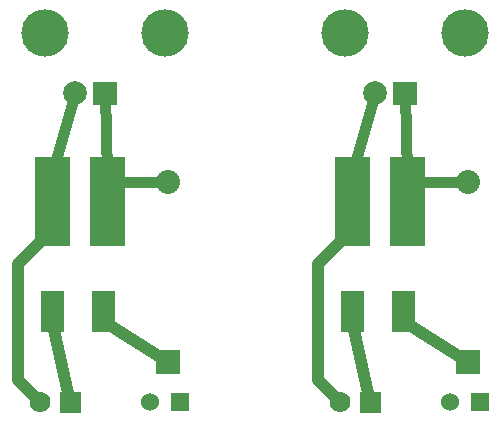
<source format=gtl>
G04 start of page 2 for group 3 layer_idx 0 *
G04 Title: (unknown), top_copper *
G04 Creator: pcb-rnd 3.1.8-dev *
G04 CreationDate: 2025-10-15 01:59:16 UTC *
G04 For:  *
G04 Format: Gerber/RS-274X *
G04 PCB-Dimensions: 300000 400000 *
G04 PCB-Coordinate-Origin: lower left *
%MOIN*%
%FSLAX25Y25*%
%LNTOP_COPPER_NONE_3*%
%ADD22C,0.0520*%
%ADD21C,0.0380*%
%ADD20C,0.0790*%
%ADD19C,0.0787*%
%ADD18C,0.0800*%
%ADD17C,0.0700*%
%ADD16C,0.0600*%
%ADD15C,0.0001*%
%ADD14C,0.1580*%
%ADD13C,0.0250*%
%ADD12C,0.0400*%
%ADD11C,0.0350*%
G54D11*X64807Y211500D02*X64000Y238500D01*
X46500Y211500D02*X54000Y238500D01*
G54D12*X46500Y193193D02*Y193000D01*
G54D13*X67307Y209000D02*X64807Y211500D01*
G54D11*X85000Y209000D02*X67307D01*
G54D12*X46500Y193000D02*X35000Y181500D01*
Y143000D01*
X42500Y135500D01*
X85000Y149000D02*X63500Y162500D01*
X52500Y135500D02*X46500Y162500D01*
G54D11*X164807Y211500D02*X164000Y238500D01*
X146500Y211500D02*X154000Y238500D01*
G54D12*X146500Y193193D02*Y193000D01*
G54D13*X167307Y209000D02*X164807Y211500D01*
G54D11*X185000Y209000D02*X167307D01*
G54D12*X146500Y193000D02*X135000Y181500D01*
Y143000D01*
X142500Y135500D01*
X185000Y149000D02*X163500Y162500D01*
X152500Y135500D02*X146500Y162500D01*
G54D14*X44000Y258500D03*
X84000D03*
X144000D03*
X184000D03*
G54D15*G36*
X52216Y217216D02*X40784D01*
Y187476D01*
X52216D01*
Y217216D01*
G37*
G36*
X50200Y172600D02*X42800D01*
Y158800D01*
X50200D01*
Y172600D01*
G37*
G54D16*X46500Y168900D03*
Y193193D03*
G54D15*G36*
X70524Y217216D02*X59090D01*
Y187476D01*
X70524D01*
Y217216D01*
G37*
G36*
X67200Y172600D02*X59800D01*
Y158800D01*
X67200D01*
Y172600D01*
G37*
G54D16*X63500Y162500D03*
X64807Y211500D03*
G54D15*G36*
X49000Y139000D02*X56000D01*
Y132000D01*
X49000D01*
Y139000D01*
G37*
G54D17*X42500Y135500D03*
G54D16*X79000D03*
G54D15*G36*
X81000Y153000D02*X89000D01*
Y145000D01*
X81000D01*
Y153000D01*
G37*
G36*
X86000Y138500D02*X92000D01*
Y132500D01*
X86000D01*
Y138500D01*
G37*
G36*
X181000Y153000D02*X189000D01*
Y145000D01*
X181000D01*
Y153000D01*
G37*
G36*
X149000Y139000D02*X156000D01*
Y132000D01*
X149000D01*
Y139000D01*
G37*
G54D17*X142500Y135500D03*
G54D16*X179000D03*
G54D15*G36*
X150200Y172600D02*X142800D01*
Y158800D01*
X150200D01*
Y172600D01*
G37*
G54D16*X146500Y168900D03*
G54D15*G36*
X167200Y172600D02*X159800D01*
Y158800D01*
X167200D01*
Y172600D01*
G37*
G54D16*X163500Y162500D03*
G54D15*G36*
X186000Y138500D02*X192000D01*
Y132500D01*
X186000D01*
Y138500D01*
G37*
G54D18*X85000Y209000D03*
G54D15*G36*
X152216Y217216D02*X140784D01*
Y187476D01*
X152216D01*
Y217216D01*
G37*
G36*
X170524D02*X159090D01*
Y187476D01*
X170524D01*
Y217216D01*
G37*
G54D18*X185000Y209000D03*
G54D16*X146500Y193193D03*
X164807Y211500D03*
G54D15*G36*
X60063Y242437D02*Y234563D01*
X67937D01*
Y242437D01*
X60063D01*
G37*
G54D19*X54000Y238500D03*
G54D15*G36*
X160063Y242437D02*Y234563D01*
X167937D01*
Y242437D01*
X160063D01*
G37*
G54D19*X154000Y238500D03*
G54D20*G54D11*G54D21*G54D22*G54D21*G54D22*G54D21*G54D11*G54D21*G54D22*G54D11*M02*

</source>
